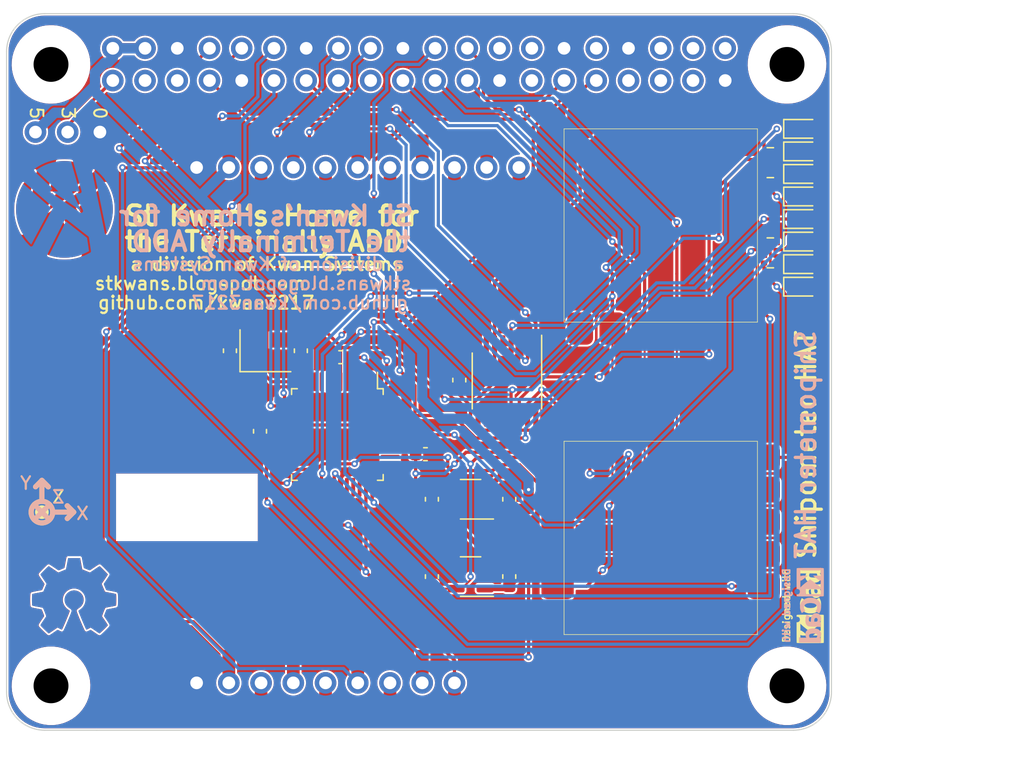
<source format=kicad_pcb>
(kicad_pcb (version 20221018) (generator pcbnew)
  (title_block (date "2022-10-07"))
  (layers (0 "F.Cu" jumper) (31 "B.Cu" signal) (34 "B.Paste" user) (35 "F.Paste" user) (36 "B.SilkS" user "B.Silkscreen") (37 "F.SilkS" user "F.Silkscreen") (38 "B.Mask" user) (39 "F.Mask" user) (44 "Edge.Cuts" user))
  (net 0 "")
  (net 1 "+1V8")
  (net 2 "/LPC_~{BOOTSTRAP}")
  (net 3 "3V3")
  (net 9 "/MOSI_3V3")
  (net 10 "/MISO_3V3")
  (net 14 "/SCK_3V3")
  (net 20 "+3V3")
  (net 32 "+3.3VP")
  (net 33 "/GPS_~{RESET}")
  (net 34 "/DRDY-")
  (net 35 "/~{DRDY}_MAG_ECHO")
  (net 40 "GND")
  (net 41 "+5V")
  (net 42 "/~{DRDY}_6D_ECHO")
  (net 44 "/~{CE0}")
  (net 46 "/GPS_TX")
  (net 47 "/GPS_RX")
  (net 49 "/DRDY_6D")
  (net 51 "/PPS")
  (net 52 "/LPC_TX")
  (net 53 "/LPC_RX")
  (net 54 "/Timer/XTAL2")
  (net 55 "/Timer/XTAL1")
  (net 56 "/~{CS}_6D")
  (net 57 "/DRDY_MAG")
  (net 58 "/LPC_~{RESET}")
  (net 61 "/Timer/SCL0")
  (net 62 "/Timer/SDA0")
  (net 63 "/~{CS}_6D+")
  (net 64 "/Timer/CAP1.3")
  (net 65 "/~{CS}_PRES")
  (net 69 "/CS_A1")
  (net 70 "/CS_A0")
  (net 77 "/~{CS}_PRES+")
  (net 78 "/~{CS}_LPC+")
  (net 79 "/~{CS}_LPC")
  (net 80 "/~{PPS}_ECHO")
  (net 81 "/PPS-")
  (net 82 "/DRDY_MAG-")
  (net 85 "/BOOTSTRAP-")
  (footprint "Capacitor_SMD:C_0603_1608Metric" (layer "F.Cu") (at 171.621 73.887 180)
    (fp_text reference "C605" hide)
    (fp_text value "1uF" hide)
  )
  (footprint "KwanSystems:Axis" (layer "F.Cu") (at 148.082 86.106)
    (fp_text reference "G101" hide)
    (fp_text value "Axis" hide)
  )
  (footprint "Capacitor_SMD:C_0603_1608Metric" (layer "F.Cu") (at 180.975 75.692 90)
    (fp_text reference "C116" hide)
    (fp_text value "1uF" hide)
  )
  (footprint "KwanSystems:Symbol_KiCAD-Logo_CopperAndSilkScreenTop_small" (layer "F.Cu") (at 208.534 93.472 90)
    (fp_text reference "G103" hide)
    (fp_text value "Designed with")
  )
  (footprint "KwanSystems:OSHW-Symbol_6.7x6mm_SolderMask" (layer "F.Cu") (at 150.622 92.71)
    (fp_text reference "G104" hide)
    (fp_text value "OSHW" hide)
  )
  (footprint "Capacitor_SMD:C_0603_1608Metric" (layer "F.Cu") (at 178.816 85.09 90)
    (fp_text reference "C405" hide)
    (fp_text value "1uF" hide)
  )
  (footprint "Capacitor_SMD:C_0603_1608Metric" (layer "F.Cu") (at 165.271 79.729 -90)
    (fp_text reference "C617" hide)
    (fp_text value "1uF" hide)
  )
  (footprint "KwanSystems:PiHAT" (layer "F.Cu") (at 152.4 50.8)
    (fp_text reference "J101" hide)
    (fp_text value "Raspberry_Pi_40" hide)
    (fp_arc (start -7.1 -1) (mid -6.22132 -3.12132) (end -4.1 -4) (stroke (width 0.1)) (layer "Edge.Cuts"))
    (fp_arc (start -4.1 52.5) (mid -6.22132 51.62132) (end -7.1 49.5) (stroke (width 0.1)) (layer "Edge.Cuts"))
    (fp_arc (start 54.9 -4) (mid 57.02132 -3.12132) (end 57.9 -1) (stroke (width 0.1)) (layer "Edge.Cuts"))
    (fp_arc (start 57.9 49.5) (mid 57.02132 51.62132) (end 54.9 52.5) (stroke (width 0.1)) (layer "Edge.Cuts"))
  )
  (footprint "LED_SMD:LED_0603_1608Metric" (layer "F.Cu") (at 208.026 62.992)
    (fp_text reference "D106" hide)
    (fp_text value "Blue")
  )
  (footprint "LED_SMD:LED_0603_1608Metric" (layer "F.Cu") (at 208.026 66.548)
    (fp_text reference "D130" hide)
    (fp_text value "Green")
  )
  (footprint "Package_QFP:LQFP-48_7x7mm_P0.5mm" (layer "F.Cu") (at 171.367 79.983 -90)
    (fp_text reference "U601" hide)
    (fp_text value "LPC2103" hide)
  )
  (footprint "KwanSystems:StampPad" (layer "F.Cu") (at 196.85 63.5 90)
    (fp_text reference "J105" hide)
    (fp_text value "BME280" hide)
  )
  (footprint "Capacitor_SMD:C_0603_1608Metric" (layer "F.Cu") (at 184.912 85.09 90)
    (fp_text reference "C401" hide)
    (fp_text value "1uF" hide)
  )
  (footprint "LED_SMD:LED_0603_1608Metric" (layer "F.Cu") (at 208.026 64.77)
    (fp_text reference "D144" hide)
    (fp_text value "Yellow")
  )
  (footprint "KwanSystems:StampPad" (layer "F.Cu") (at 196.85 88.138)
    (fp_text reference "J104" hide)
    (fp_text value "ICM20948" hide)
  )
  (footprint "Connector_PinHeader_2.54mm:PinHeader_1x03_P2.54mm_Horizontal" (layer "F.Cu") (at 152.654 56.134 -90)
    (fp_text reference "J102" hide)
    (fp_text value "Conn_01x03" hide)
  )
  (footprint "LED_SMD:LED_0603_1608Metric" (layer "F.Cu") (at 208.026 59.436)
    (fp_text reference "D104" hide)
    (fp_text value "White")
  )
  (footprint "Capacitor_SMD:C_0603_1608Metric" (layer "F.Cu") (at 178.816 91.186 90)
    (fp_text reference "C505" hide)
    (fp_text value "1uF" hide)
  )
  (footprint "Capacitor_SMD:C_0603_1608Metric" (layer "F.Cu") (at 184.912 91.186 90)
    (fp_text reference "C501" hide)
    (fp_text value "1uF" hide)
  )
  (footprint "Capacitor_SMD:C_0603_1608Metric" (layer "F.Cu") (at 178.308 81.534)
    (fp_text reference "C640" hide)
    (fp_text value "1uF" hide)
  )
  (footprint "KwanSystems:R_Array_Convex_4x0402" (layer "F.Cu") (at 205.486 65.659)
    (fp_text reference "R102" hide)
    (fp_text value "68")
  )
  (footprint "Capacitor_SMD:C_0603_1608Metric" (layer "F.Cu") (at 168.489 73.379 90)
    (fp_text reference "C611" hide)
    (fp_text value "22pF" hide)
  )
  (footprint "LED_SMD:LED_0603_1608Metric" (layer "F.Cu") (at 208.026 55.88)
    (fp_text reference "D101" hide)
    (fp_text value "White")
  )
  (footprint "LED_SMD:LED_0603_1608Metric" (layer "F.Cu") (at 208.026 61.214)
    (fp_text reference "D141" hide)
    (fp_text value "Yellow")
  )
  (footprint "Package_SO:TSSOP-16_4.4x5mm_P0.65mm" (layer "F.Cu") (at 184.729 75.7605 -90)
    (fp_text reference "U102" hide)
    (fp_text value "74LS138" hide)
  )
  (footprint "Package_TO_SOT_SMD:SOT-23-5" (layer "F.Cu") (at 181.864 85.09 180)
    (fp_text reference "U401" hide)
    (fp_text value "TCR2EF 3.3V" hide)
  )
  (footprint "SparkfunBreakout:ZED-F9R" (layer "F.Cu") (at 146.304 100.838 90)
    (fp_text reference "J106" hide)
    (fp_text value "ZED-F9R")
  )
  (footprint "Crystal:Crystal_SMD_Abracon_ABM8G-4Pin_3.2x2.5mm" (layer "F.Cu") (at 165.695 73.379)
    (fp_text reference "Y601" hide)
    (fp_text value "12MHz" hide)
  )
  (footprint "Capacitor_SMD:C_0603_1608Metric" (layer "F.Cu") (at 162.901 73.379 -90)
    (fp_text reference "C612" hide)
    (fp_text value "22pF" hide)
  )
  (footprint "LED_SMD:LED_0603_1608Metric" (layer "F.Cu") (at 208.026 68.326)
    (fp_text reference "D129" hide)
    (fp_text value "Red")
  )
  (footprint "KwanSystems:StKwansSoldermask" (layer "F.Cu") (at 149.86 62.23)
    (fp_text reference "G102" hide)
    (fp_text value "KwanSystems" hide)
  )
  (footprint "LED_SMD:LED_0603_1608Metric" (layer "F.Cu") (at 208.026 57.658)
    (fp_text reference "D103" hide)
    (fp_text value "White")
  )
  (footprint "KwanSystems:R_Array_Convex_4x0402" (layer "F.Cu") (at 205.486 58.547)
    (fp_text reference "R101" hide)
    (fp_text value "68")
  )
  (footprint "Package_TO_SOT_SMD:SOT-23-5" (layer "F.Cu") (at 181.864 91.186 180)
    (fp_text reference "U501" hide)
    (fp_text value "TCR2EF 1.8V" hide)
  )
  (footprint "KwanSystems:StKwansSoldermask" (layer "B.Cu") (at 149.86 62.23 180)
    (fp_text reference "G105" hide)
    (fp_text value "KwanSystems" hide)
  )
  (footprint "KwanSystems:Symbol_KiCAD-Logo_CopperAndSilkScreenTop_small" (layer "B.Cu") (at 208.534 93.472 -90)
    (fp_text reference "G107" hide)
    (fp_text value "Designed with")
  )
  (footprint "KwanSystems:OSHW-Symbol_6.7x6mm_SolderMask" (layer "B.Cu") (at 150.622 92.71 180)
    (fp_text reference "G106" hide)
    (fp_text value "OSHW" hide)
  )
  (gr_line (start 207.3 46.8) (end 148.3 46.8) (stroke (width 0.1)) (layer "Edge.Cuts"))
  (gr_line (start 148.3 103.3) (end 152.4 103.3) (stroke (width 0.1)) (layer "Edge.Cuts"))
  (gr_line (start 152.4 103.3) (end 207.3 103.3) (stroke (width 0.1)) (layer "Edge.Cuts"))
  (gr_line (start 210.3 100.3) (end 210.3 49.8) (stroke (width 0.1)) (layer "Edge.Cuts"))
  (gr_line (start 145.3 49.8) (end 145.3 100.3) (stroke (width 0.1)) (layer "Edge.Cuts"))
  (gr_text "Shipometer HAT" (at 208.28 80.772 90) (layer "B.SilkS") (effects (font (size 1.524 1.524) (thickness 0.254)) (justify mirror)))
  (gr_text "Shipometer HAT" (at 208.302465 80.794856 90) (layer "F.SilkS") (effects (font (size 1.524 1.524) (thickness 0.254))))
  (segment (start 181.168 92.136) (end 181.864 91.44) (width 0.1524) (layer "F.Cu") (net 1))
  (segment (start 181.864 91.44) (end 181.864 91.186) (width 0.1524) (layer "F.Cu") (net 1))
  (segment (start 178.991 92.136) (end 178.816 91.961) (width 0.1524) (layer "F.Cu") (net 1))
  (segment (start 172.117 75.8205) (end 172.117 74.166) (width 0.254) (layer "F.Cu") (net 1))
  (segment (start 180.7265 92.136) (end 181.168 92.136) (width 0.1524) (layer "F.Cu") (net 1))
  (segment (start 180.7265 92.136) (end 178.991 92.136) (width 0.1524) (layer "F.Cu") (net 1))
  (segment (start 173.482 73.914) (end 172.423 73.914) (width 0.254) (layer "F.Cu") (net 1))
  (segment (start 182.372 81.788) (end 188.722 81.788) (width 0.254) (layer "F.Cu") (net 1))
  (segment (start 172.423 73.914) (end 172.396 73.887) (width 0.254) (layer "F.Cu") (net 1))
  (segment (start 172.117 74.166) (end 172.396 73.887) (width 0.254) (layer "F.Cu") (net 1))
  (segment (start 181.864 82.296) (end 182.372 81.788) (width 0.254) (layer "F.Cu") (net 1))
  (via (at 173.482 73.914) (size 0.508) (drill 0.254) (layers "F.Cu" "B.Cu") (net 1))
  (via (at 181.864 82.296) (size 0.508) (drill 0.254) (layers "F.Cu" "B.Cu") (net 1))
  (via (at 181.864 91.186) (size 0.508) (drill 0.254) (layers "F.Cu" "B.Cu") (net 1))
  (segment (start 181.864 82.296) (end 173.482 73.914) (width 0.254) (layer "B.Cu") (net 1))
  (segment (start 181.864 91.186) (end 181.864 82.296) (width 0.254) (layer "B.Cu") (net 1))
  (segment (start 203.962 65.532) (end 204.085 65.409) (width 0.254) (layer "F.Cu") (net 2))
  (segment (start 204.085 65.409) (end 204.986 65.409) (width 0.254) (layer "F.Cu") (net 2))
  (segment (start 177.483 78.486) (end 177.483 76.137) (width 0.254) (layer "F.Cu") (net 2))
  (segment (start 176.545 79.233) (end 175.5295 79.233) (width 0.254) (layer "F.Cu") (net 2))
  (segment (start 169.164 62.23) (end 169.164 56.134) (width 0.254) (layer "F.Cu") (net 2))
  (segment (start 177.483 76.137) (end 176.276 74.93) (width 0.254) (layer "F.Cu") (net 2))
  (segment (start 180.468211 78.486) (end 177.483 78.486) (width 0.254) (layer "F.Cu") (net 2))
  (segment (start 186.182 80.264) (end 182.246211 80.264) (width 0.254) (layer "F.Cu") (net 2))
  (segment (start 177.483 78.486) (end 177.292 78.486) (width 0.254) (layer "F.Cu") (net 2))
  (segment (start 177.292 78.486) (end 176.545 79.233) (width 0.254) (layer "F.Cu") (net 2))
  (segment (start 174.244 67.31) (end 169.164 62.23) (width 0.254) (layer "F.Cu") (net 2))
  (segment (start 182.246211 80.264) (end 180.468211 78.486) (width 0.254) (layer "F.Cu") (net 2))
  (via (at 169.164 56.134) (size 0.508) (drill 0.254) (layers "F.Cu" "B.Cu") (net 2))
  (via (at 203.962 65.532) (size 0.508) (drill 0.254) (layers "F.Cu" "B.Cu") (net 2))
  (via (at 186.182 80.264) (size 0.508) (drill 0.254) (layers "F.Cu" "B.Cu") (net 2))
  (via (at 174.244 67.31) (size 0.508) (drill 0.254) (layers "F.Cu" "B.Cu") (net 2))
  (via (at 176.276 74.93) (size 0.508) (drill 0.254) (layers "F.Cu" "B.Cu") (net 2))
  (segment (start 203.962 65.532) (end 200.656171 68.837829) (width 0.254) (layer "B.Cu") (net 2))
  (segment (start 174.8282 67.8942) (end 174.244 67.31) (width 0.254) (layer "B.Cu") (net 2))
  (segment (start 176.276 74.93) (end 176.276 72.597868) (width 0.254) (layer "B.Cu") (net 2))
  (segment (start 186.182 79.509658) (end 186.182 80.264) (width 0.254) (layer "B.Cu") (net 2))
  (segment (start 176.276 72.597868) (end 174.8282 71.150068) (width 0.254) (layer "B.Cu") (net 2))
  (segment (start 196.853829 68.837829) (end 186.182 79.509658) (width 0.254) (layer "B.Cu") (net 2))
  (segment (start 172.72 52.578) (end 172.72 50.8) (width 0.254) (layer "B.Cu") (net 2))
  (segment (start 169.164 56.134) (end 172.72 52.578) (width 0.254) (layer "B.Cu") (net 2))
  (segment (start 172.72 50.8) (end 173.99 49.53) (width 0.254) (layer "B.Cu") (net 2))
  (segment (start 174.8282 71.150068) (end 174.8282 67.8942) (width 0.254) (layer "B.Cu") (net 2))
  (segment (start 200.656171 68.837829) (end 196.853829 68.837829) (width 0.254) (layer "B.Cu") (net 2))
  (segment (start 162.814 97.282) (end 162.814 97.918) (width 0.254) (layer "F.Cu") (net 3))
  (segment (start 162.814 97.536) (end 162.814 97.918) (width 0.254) (layer "F.Cu") (net 3))
  (segment (start 160.02 94.742) (end 162.814 97.536) (width 0.254) (layer "F.Cu") (net 3))
  (segment (start 158.496 94.742) (end 160.02 94.742) (width 0.254) (layer "F.Cu") (net 3))
  (segment (start 165.354 60.96) (end 152.908 73.406) (width 0.254) (layer "F.Cu") (net 3))
  (segment (start 165.354 60.578) (end 165.354 60.96) (width 0.254) (layer "F.Cu") (net 3))
  (segment (start 152.908 89.154) (end 158.496 94.742) (width 0.254) (layer "F.Cu") (net 3))
  (segment (start 152.908 73.406) (end 152.908 89.154) (width 0.254) (layer "F.Cu") (net 3))
  (segment (start 188.722 86.868) (end 193.548 86.868) (width 0.1524) (layer "F.Cu") (net 9))
  (segment (start 170.187658 82.296) (end 172.72 82.296) (width 0.254) (layer "F.Cu") (net 9))
  (segment (start 187.1726 85.3186) (end 188.722 86.868) (width 0.254) (layer "F.Cu") (net 9))
  (segment (start 184.0738 82.3722) (end 185.7248 82.3722) (width 0.254) (layer "F.Cu") (net 9))
  (segment (start 195.58 67.31) (end 193.04 64.77) (width 0.254) (layer "F.Cu") (net 9))
  (segment (start 167.2045 82.733) (end 169.750658 82.733) (width 0.254) (layer "F.Cu") (net 9))
  (segment (start 180.3654 82.8294) (end 183.6166 82.8294) (width 0.254) (layer "F.Cu") (net 9))
  (segment (start 180.0606 81.8134) (end 180.0606 82.5246) (width 0.254) (layer "F.Cu") (net 9))
  (segment (start 169.750658 82.733) (end 170.187658 82.296) (width 0.254) (layer "F.Cu") (net 9))
  (segment (start 180.0606 82.5246) (end 180.3654 82.8294) (width 0.254) (layer "F.Cu") (net 9))
  (segment (start 185.7248 82.3722) (end 187.1726 83.82) (width 0.254) (layer "F.Cu") (net 9))
  (segment (start 183.6166 82.8294) (end 184.0738 82.3722) (width 0.254) (layer "F.Cu") (net 9))
  (segment (start 195.58 71.628) (end 195.58 67.31) (width 0.254) (layer "F.Cu") (net 9))
  (segment (start 180.086 81.788) (end 180.0606 81.8134) (width 0.254) (layer "F.Cu") (net 9))
  (segment (start 195.58 84.836) (end 195.58 71.628) (width 0.1524) (layer "F.Cu") (net 9))
  (segment (start 193.548 86.868) (end 195.58 84.836) (width 0.1524) (layer "F.Cu") (net 9))
  (segment (start 187.1726 83.82) (end 187.1726 85.3186) (width 0.254) (layer "F.Cu") (net 9))
  (via (at 193.04 64.77) (size 0.508) (drill 0.254) (layers "F.Cu" "B.Cu") (net 9))
  (via (at 180.086 81.788) (size 0.508) (drill 0.254) (layers "F.Cu" "B.Cu") (net 9))
  (via (at 172.72 82.296) (size 0.508) (drill 0.254) (layers "F.Cu" "B.Cu") (net 9))
  (segment (start 172.72 82.296) (end 173.228 81.788) (width 0.254) (layer "B.Cu") (net 9))
  (segment (start 183.969213 55.626) (end 180.086 55.626) (width 0.254) (layer "B.Cu") (net 9))
  (segment (start 193.04 64.696787) (end 183.969213 55.626) (width 0.254) (layer "B.Cu") (net 9))
  (segment (start 173.228 81.788) (end 180.086 81.788) (width 0.254) (layer "B.Cu") (net 9))
  (segment (start 180.086 55.626) (end 176.53 52.07) (width 0.254) (layer "B.Cu") (net 9))
  (segment (start 177.038 68.834) (end 174.244 68.834) (width 0.254) (layer "F.Cu") (net 10))
  (segment (start 188.722 84.328) (end 192.024 84.328) (width 0.1524) (layer "F.Cu") (net 10))
  (segment (start 193.04 69.088) (end 193.04 71.628) (width 0.254) (layer "F.Cu") (net 10))
  (segment (start 166.1876 82.511203) (end 166.1876 83.1296) (width 0.254) (layer "F.Cu") (net 10))
  (segment (start 167.2045 82.233) (end 166.465803 82.233) (width 0.254) (layer "F.Cu") (net 10))
  (segment (start 193.04 67.31) (end 193.04 71.628) (width 0.254) (layer "F.Cu") (net 10))
  (segment (start 192.024 84.328) (end 193.04 83.312) (width 0.1524) (layer "F.Cu") (net 10))
  (segment (start 166.878 83.82) (end 167.386 83.82) (width 0.254) (layer "F.Cu") (net 10))
  (segment (start 193.04 67.31) (end 192.532 66.802) (width 0.254) (layer "F.Cu") (net 10))
  (segment (start 166.1876 83.1296) (end 166.878 83.82) (width 0.254) (layer "F.Cu") (net 10))
  (segment (start 193.04 83.312) (end 193.04 71.628) (width 0.1524) (layer "F.Cu") (net 10))
  (segment (start 166.465803 82.233) (end 166.1876 82.511203) (width 0.254) (layer "F.Cu") (net 10))
  (segment (start 174.244 68.834) (end 173.99 69.088) (width 0.254) (layer "F.Cu") (net 10))
  (via (at 193.04 69.088) (size 0.508) (drill 0.254) (layers "F.Cu" "B.Cu") (net 10))
  (via (at 173.99 69.088) (size 0.508) (drill 0.254) (layers "F.Cu" "B.Cu") (net 10))
  (via (at 167.386 83.82) (size 0.508) (drill 0.254) (layers "F.Cu" "B.Cu") (net 10))
  (via (at 177.038 68.834) (size 0.508) (drill 0.254) (layers "F.Cu" "B.Cu") (net 10))
  (via (at 192.532 66.802) (size 0.508) (drill 0.254) (layers "F.Cu" "B.Cu") (net 10))
  (segment (start 185.42 75.184) (end 186.944 75.184) (width 0.254) (layer "B.Cu") (net 10))
  (segment (start 169.7736 81.4324) (end 169.7736 73.312058) (width 0.254) (layer "B.Cu") (net 10))
  (segment (start 193.5734 63.9318) (end 193.3448 63.7032) (width 0.254) (layer "B.Cu") (net 10))
  (segment (start 172.723829 70.361829) (end 173.99 69.095658) (width 0.254) (layer "B.Cu") (net 10))
  (segment (start 193.5734 65.7606) (end 193.5734 63.9318) (width 0.254) (layer "B.Cu") (net 10))
  (segment (start 169.7736 73.312058) (end 172.723829 70.361829) (width 0.254) (layer "B.Cu") (net 10))
  (segment (start 184.1246 54.483) (end 181.483 54.483) (width 0.254) (layer "B.Cu") (net 10))
  (segment (start 192.532 66.802) (end 193.5734 65.7606) (width 0.254) (layer "B.Cu") (net 10))
  (segment (start 173.99 69.095658) (end 173.99 69.088) (width 0.254) (layer "B.Cu") (net 10))
  (segment (start 181.483 54.483) (end 179.07 52.07) (width 0.254) (layer "B.Cu") (net 10))
  (segment (start 167.386 83.82) (end 169.7736 81.4324) (width 0.254) (layer "B.Cu") (net 10))
  (segment (start 193.3448 63.7032) (end 184.1246 54.483) (width 0.254) (layer "B.Cu") (net 10))
  (segment (start 177.038 68.834) (end 179.07 68.834) (width 0.254) (layer "B.Cu") (net 10))
  (segment (start 179.07 68.834) (end 185.42 75.184) (width 0.254) (layer "B.Cu") (net 10))
  (segment (start 186.944 75.184) (end 193.04 69.088) (width 0.254) (layer "B.Cu") (net 10))
  (segment (start 188.722 89.408) (end 194.564 89.408) (width 0.1524) (layer "F.Cu") (net 14))
  (segment (start 186.436 89.662) (end 186.436 97.536) (width 0.254) (layer "F.Cu") (net 14))
  (segment (start 165.862 85.344) (end 165.7812 85.2632) (width 0.254) (layer "F.Cu") (net 14))
  (segment (start 194.564 89.408) (end 198.12 85.852) (width 0.1524) (layer "F.Cu") (net 14))
  (segment (start 166.171 81.733) (end 167.2045 81.733) (width 0.254) (layer "F.Cu") (net 14))
  (segment (start 198.12 67.31) (end 198.12 69.596) (width 0.254) (layer "F.Cu") (net 14))
  (segment (start 165.7812 82.1228) (end 166.171 81.733) (width 0.254) (layer "F.Cu") (net 14))
  (segment (start 198.12 63.246) (end 198.12 67.31) (width 0.254) (layer "F.Cu") (net 14))
  (segment (start 198.12 85.852) (end 198.12 71.628) (width 0.1524) (layer "F.Cu") (net 14))
  (segment (start 198.12 69.596) (end 198.12 71.628) (width 0.254) (layer "F.Cu") (net 14))
  (segment (start 165.7812 85.2632) (end 165.7812 82.1228) (width 0.254) (layer "F.Cu") (net 14))
  (segment (start 188.722 89.408) (end 186.69 89.408) (width 0.254) (layer "F.Cu") (net 14))
  (segment (start 186.69 89.408) (end 186.436 89.662) (width 0.254) (layer "F.Cu") (net 14))
  (via (at 186.436 97.536) (size 0.508) (drill 0.254) (layers "F.Cu" "B.Cu") (net 14))
  (via (at 198.12 63.246) (size 0.508) (drill 0.254) (layers "F.Cu" "B.Cu") (net 14))
  (via (at 165.862 85.344) (size 0.508) (drill 0.254) (layers "F.Cu" "B.Cu") (net 14))
  (segment (start 186.436 97.536) (end 178.054 97.536) (width 0.254) (layer "B.Cu") (net 14))
  (segment (start 183.007 53.467) (end 181.61 52.07) (width 0.254) (layer "B.Cu") (net 14))
  (segment (start 198.12 63.246) (end 188.341 53.467) (width 0.254) (layer "B.Cu") (net 14))
  (segment (start 178.054 97.536) (end 165.862 85.344) (width 0.254) (layer "B.Cu") (net 14))
  (segment (start 188.341 53.467) (end 183.007 53.467) (width 0.254) (layer "B.Cu") (net 14))
  (segment (start 181.5084 81.3816) (end 180.881368 82.008632) (width 0.254) (layer "F.Cu") (net 20))
  (segment (start 178.991 86.04) (end 178.816 85.865) (width 0.254) (layer "F.Cu") (net 20))
  (segment (start 181.864 79.307053) (end 181.864 77.724) (width 0.254) (layer "F.Cu") (net 20))
  (segment (start 183.754 74.93) (end 183.754 72.898) (width 0.254) (layer "F.Cu") (net 20))
  (segment (start 187.004 79.502) (end 186.8661 79.6399) (width 0.254) (layer "F.Cu") (net 20))
  (segment (start 208.8135 80.2385) (end 207.264 81.788) (width 0.254) (layer "F.Cu") (net 20))
  (segment (start 183.0015 89.2755) (end 183.0015 90.236) (width 0.4064) (layer "F.Cu") (net 20))
  (segment (start 178.816 85.865) (end 177.533 84.582) (width 0.254) (layer "F.Cu") (net 20))
  (segment (start 183.754 75.834) (end 183.754 74.93) (width 0.254) (layer "F.Cu") (net 20))
  (segment (start 208.8135 61.214) (end 208.8135 62.992) (width 0.254) (layer "F.Cu") (net 20))
  (segment (start 186.944 80.264) (end 187.004 80.204) (width 0.254) (layer "F.Cu") (net 20))
  (segment (start 174.498 80.940197) (end 174.790803 81.233) (width 0.254) (layer "F.Cu") (net 20))
  (segment (start 183.0015 92.136) (end 184.737 92.136) (width 0.4064) (layer "F.Cu") (net 20))
  (segment (start 175.5295 80.233) (end 174.498 80.233) (width 0.254) (layer "F.Cu") (net 20))
  (segment (start 208.8135 66.548) (end 208.8135 68.326) (width 0.254) (layer "F.Cu") (net 20))
  (segment (start 167.2045 79.233) (end 165.55 79.233) (width 0.254) (layer "F.Cu") (net 20))
  (segment (start 182.196847 79.6399) (end 181.864 79.307053) (width 0.254) (layer "F.Cu") (net 20))
  (segment (start 208.8135 59.436) (end 208.8135 61.214) (width 0.254) (layer "F.Cu") (net 20))
  (segment (start 172.617 79.13) (end 173.72 80.233) (width 0.254) (layer "F.Cu") (net 20))
  (segment (start 185.7426 89.7306) (end 185.7426 91.1304) (width 0.4064) (layer "F.Cu") (net 20))
  (segment (start 185.7426 91.1304) (end 184.912 91.961) (width 0.4064) (layer "F.Cu") (net 20))
  (segment (start 167.2045 79.233) (end 172.514 79.233) (width 0.254) (layer "F.Cu") (net 20))
  (segment (start 181.864 77.724) (end 180.975 76.835) (width 0.254) (layer "F.Cu") (net 20))
  (segment (start 208.8135 57.658) (end 208.8135 59.436) (width 0.254) (layer "F.Cu") (net 20))
  (segment (start 180.7265 86.04) (end 180.7265 87.0005) (width 0.4064) (layer "F.Cu") (net 20))
  (segment (start 184.737 92.136) (end 184.912 91.961) (width 0.4064) (layer "F.Cu") (net 20))
  (segment (start 173.72 80.233) (end 174.498 80.233) (width 0.254) (layer "F.Cu") (net 20))
  (segment (start 185.2875 89.2755) (end 185.7426 89.7306) (width 0.4064) (layer "F.Cu") (net 20))
  (segment (start 180.7265 86.04) (end 178.991 86.04) (width 0.254) (layer "F.Cu") (net 20))
  (segment (start 183.754 67.96) (end 190.5 61.214) (width 0.254) (layer "F.Cu") (net 20))
  (segment (start 186.8661 79.6399) (end 182.196847 79.6399) (width 0.254) (layer "F.Cu") (net 20))
  (segment (start 177.232 81.233) (end 177.533 81.534) (width 0.254) (layer "F.Cu") (net 20))
  (segment (start 165.55 79.233) (end 165.271 78.954) (width 0.254) (layer "F.Cu") (net 20))
  (segment (start 181.864 77.724) (end 183.754 75.834) (width 0.254) (layer "F.Cu") (net 20))
  (segment (start 172.617 77.724) (end 172.617 75.8205) (width 0.254) (layer "F.Cu") (net 20))
  (segment (start 208.8135 62.992) (end 208.8135 64.77) (width 0.254) (layer "F.Cu") (net 20))
  (segment (start 174.790803 81.233) (end 175.5295 81.233) (width 0.254) (layer "F.Cu") (net 20))
  (segment (start 187.004 80.204) (end 187.004 78.623) (width 0.254) (layer "F.Cu") (net 20))
  (segment (start 177.533 83.058) (end 177.533 81.534) (width 0.254) (layer "F.Cu") (net 20))
  (segment (start 183.0015 89.2755) (end 185.2875 89.2755) (width 0.4064) (layer "F.Cu") (net 20))
  (segment (start 180.975 76.835) (end 180.975 76.467) (width 0.254) (layer "F.Cu") (net 20))
  (segment (start 180.7265 87.0005) (end 183.0015 89.2755) (width 0.4064) (layer "F.Cu") (net 20))
  (segment (start 180.881368 82.008632) (end 180.594 82.296) (width 0.254) (layer "F.Cu") (net 20))
  (segment (start 183.754 72.898) (end 183.754 67.96) (width 0.254) (layer "F.Cu") (net 20))
  (segment (start 175.5295 81.233) (end 177.232 81.233) (width 0.254) (layer "F.Cu") (net 20))
  (segment (start 190.5 61.214) (end 190.5 55.372) (width 0.254) (layer "F.Cu") (net 20))
  (segment (start 185.8264 81.3816) (end 181.5084 81.3816) (width 0.254) (layer "F.Cu") (net 20))
  (segment (start 177.533 84.582) (end 177.533 83.058) (width 0.254) (layer "F.Cu") (net 20))
  (segment (start 172.514 79.233) (end 172.617 79.13) (width 0.254) (layer "F.Cu") (net 20))
  (segment (start 190.5 55.372) (end 192.0494 53.8226) (width 0.254) (layer "F.Cu") (net 20))
  (segment (start 186.944 80.264) (end 185.8264 81.3816) (width 0.254) (layer "F.Cu") (net 20))
  (segment (start 208.8135 55.88) (end 208.8135 57.658) (width 0.254) (layer "F.Cu") (net 20))
  (segment (start 187.004 78.623) (end 187.004 79.502) (width 0.254) (layer "F.Cu") (net 20))
  (segment (start 208.8135 64.77) (end 208.8135 66.548) (width 0.254) (layer "F.Cu") (net 20))
  (segment (start 208.8135 68.326) (end 208.8135 80.2385) (width 0.254) (layer "F.Cu") (net 20))
  (segment (start 172.617 77.724) (end 172.617 79.13) (width 0.254) (layer "F.Cu") (net 20))
  (segment (start 174.498 80.233) (end 174.498 80.940197) (width 0.254) (layer "F.Cu") (net 20))
  (segment (start 207.264 81.788) (end 204.978 81.788) (width 0.254) (layer "F.Cu") (net 20))
  (segment (start 192.0494 53.8226) (end 205.4606 53.8226) (width 0.254) (layer "F.Cu") (net 20))
  (segment (start 206.248 54.61) (end 207.5435 54.61) (width 0.254) (layer "F.Cu") (net 20))
  (segment (start 207.5435 54.61) (end 208.8135 55.88) (width 0.254) (layer "F.Cu") (net 20))
  (segment (start 205.4606 53.8226) (end 206.248 54.61) (width 0.254) (layer "F.Cu") (net 20))
  (via (at 180.594 82.296) (size 0.508) (drill 0.254) (layers "F.Cu" "B.Cu") (net 20))
  (via (at 177.533 83.058) (size 0.508) (drill 0.254) (layers "F.Cu" "B.Cu") (net 20))
  (segment (start 179.832 83.058) (end 177.533 83.058) (width 0.254) (layer "B.Cu") (net 20))
  (segment (start 180.594 82.296) (end 179.832 83.058) (width 0.254) (layer "B.Cu") (net 20))
  (segment (start 153.67 52.07) (end 150.114 55.626) (width 0.254) (layer "F.Cu") (net 32))
  (segment (start 150.114 55.626) (end 150.114 56.134) (width 0.254) (layer "F.Cu") (net 32))
  (segment (start 163.068 61.976) (end 153.162 71.882) (width 0.254) (layer "F.Cu") (net 33))
  (via (at 153.162 71.882) (size 0.508) (drill 0.254) (layers "F.Cu" "B.Cu") (net 33))
  (via (at 163.068 61.976) (size 0.508) (drill 0.254) (layers "F.Cu" "B.Cu") (net 33))
  (segment (start 153.162 71.882) (end 153.162 88.025132) (width 0.254) (layer "B.Cu") (net 33))
  (segment (start 164.084 55.558081) (end 164.084 60.96) (width 0.254) (layer "B.Cu") (net 33))
  (segment (start 164.084 60.96) (end 163.068 61.976) (width 0.254) (layer "B.Cu") (net 33))
  (segment (start 166.37 52.07) (end 166.37 53.272081) (width 0.254) (layer "B.Cu") (net 33))
  (segment (start 153.162 88.025132) (end 163.575468 98.4386) (width 0.254) (layer "B.Cu") (net 33))
  (segment (start 166.37 53.272081) (end 164.084 55.558081) (width 0.254) (layer "B.Cu") (net 33))
  (segment (start 171.8446 98.4386) (end 172.974 99.568) (width 0.254) (layer "B.Cu") (net 33))
  (segment (start 163.575468 98.4386) (end 171.8446 98.4386) (width 0.254) (layer "B.Cu") (net 33))
  (segment (start 205.986 66.459) (end 205.986 67.0735) (width 0.254) (layer "F.Cu") (net 34))
  (segment (start 205.986 67.0735) (end 207.2385 68.326) (width 0.254) (layer "F.Cu") (net 34))
  (segment (start 204.4566 67.818) (end 204.4566 69.862) (width 0.254) (layer "F.Cu") (net 35))
  (segment (start 204.4566 65.9344) (end 204.4566 67.818) (width 0.254) (layer "F.Cu") (net 35))
  (segment (start 204.4566 69.862) (end 205.4606 70.866) (width 0.254) (layer "F.Cu") (net 35))
  (segment (start 171.117 83.137) (end 171.117 84.1455) (width 0.254) (layer "F.Cu") (net 35))
  (segment (start 204.986 65.909) (end 204.482 65.909) (width 0.254) (layer "F.Cu") (net 35))
  (segment (start 204.482 65.909) (end 204.4566 65.9344) (width 0.254) (layer "F.Cu") (net 35))
  (segment (start 171.196 83.058) (end 171.117 83.137) (width 0.254) (layer "F.Cu") (net 35))
  (via (at 205.4606 70.866) (size 0.508) (drill 0.254) (layers "F.Cu" "B.Cu") (net 35))
  (via (at 171.196 83.058) (size 0.508) (drill 0.254) (layers "F.Cu" "B.Cu") (net 35))
  (segment (start 205.4606 92.71) (end 205.4606 70.866) (width 0.254) (layer "B.Cu") (net 35))
  (segment (start 180.848 92.71) (end 205.4606 92.71) (width 0.254) (layer "B.Cu") (net 35))
  (segment (start 171.196 83.058) (end 180.848 92.71) (width 0.254) (layer "B.Cu") (net 35))
  (segment (start 153.67 49.53) (end 156.21 49.53) (width 0.8128) (layer "F.Cu") (net 41))
  (segment (start 183.0015 86.04) (end 184.737 86.04) (width 0.4064) (layer "F.Cu") (net 41))
  (segment (start 186.436 85.852) (end 184.925 85.852) (width 0.8128) (layer "F.Cu") (net 41))
  (segment (start 184.737 86.04) (end 184.912 85.865) (width 0.4064) (layer "F.Cu") (net 41))
  (segment (start 184.925 85.852) (end 184.912 85.865) (width 0.8128) (layer "F.Cu") (net 41))
  (segment (start 183.0015 84.14) (end 183.322 84.14) (width 0.4064) (layer "F.Cu") (net 41))
  (segment (start 186.436 84.255539) (end 185.238461 83.058) (width 0.8128) (layer "F.Cu") (net 41))
  (segment (start 186.436 84.328) (end 186.436 84.255539) (width 0.8128) (layer "F.Cu") (net 41))
  (segment (start 185.238461 83.058) (end 184.404 83.058) (width 0.8128) (layer "F.Cu") (net 41))
  (segment (start 183.322 84.14) (end 184.404 83.058) (width 0.4064) (layer "F.Cu") (net 41))
  (segment (start 186.436 84.328) (end 186.436 85.852) (width 0.8128) (layer "F.Cu") (net 41))
  (via (at 186.436 84.328) (size 0.508) (drill 0.254) (layers "F.Cu" "B.Cu") (net 41))
  (segment (start 152.261689 52.462311) (end 152.261689 52.947689) (width 0.8128) (layer "B.Cu") (net 41))
  (segment (start 178.054 73.406) (end 178.054 77.216) (width 0.8128) (layer "B.Cu") (net 41))
  (segment (start 174.498 66.294) (end 175.514 67.31) (width 0.8128) (layer "B.Cu") (net 41))
  (segment (start 165.608 66.294) (end 174.498 66.294) (width 0.8128) (layer "B.Cu") (net 41))
  (segment (start 179.578 78.74) (end 181.61 78.74) (width 0.8128) (layer "B.Cu") (net 41))
  (segment (start 152.261689 52.947689) (end 160.528 61.214) (width 0.8128) (layer "B.Cu") (net 41))
  (segment (start 153.046311 50.661689) (end 153.300311 50.661689) (width 0.8128) (layer "B.Cu") (net 41))
  (segment (start 153.67 49.53) (end 156.21 49.53) (width 0.8128) (layer "B.Cu") (net 41))
  (segment (start 153.67 50.292) (end 153.67 49.53) (width 0.8128) (layer "B.Cu") (net 41))
  (segment (start 181.61 78.74) (end 186.436 83.566) (width 0.8128) (layer "B.Cu") (net 41))
  (segment (start 186.436 83.566) (end 186.436 84.328) (width 0.8128) (layer "B.Cu") (net 41))
  (segment (start 152.261689 52.462311) (end 152.261689 51.446311) (width 0.8128) (layer "B.Cu") (net 41))
  (segment (start 175.514 67.31) (end 175.514 70.866) (width 0.8128) (layer "B.Cu") (net 41))
  (segment (start 150.114 54.61) (end 152.261689 52.462311) (width 0.8128) (layer "B.Cu") (net 41))
  (segment (start 149.098 54.61) (end 150.114 54.61) (width 0.8128) (layer "B.Cu") (net 41))
  (segment (start 160.528 61.214) (end 162.814 58.928) (width 0.8128) (layer "B.Cu") (net 41))
  (segment (start 175.514 70.866) (end 178.054 73.406) (width 0.8128) (layer "B.Cu") (net 41))
  (segment (start 153.300311 50.661689) (end 153.67 50.292) (width 0.8128) (layer "B.Cu") (net 41))
  (segment (start 152.261689 51.446311) (end 153.046311 50.661689) (width 0.8128) (layer "B.Cu") (net 41))
  (segment (start 160.528 61.214) (end 165.608 66.294) (width 0.8128) (layer "B.Cu") (net 41))
  (segment (start 178.054 77.216) (end 179.578 78.74) (width 0.8128) (layer "B.Cu") (net 41))
  (segment (start 147.574 56.134) (end 149.098 54.61) (width 0.8128) (layer "B.Cu") (net 41))
  (segment (start 170.617 84.1455) (end 170.617 86.098) (width 0.254) (layer "F.Cu") (net 42))
  (segment (start 170.617 86.098) (end 171.641 87.122) (width 0.254) (layer "F.Cu") (net 42))
  (segment (start 205.994 68.326) (end 204.986 67.318) (width 0.254) (layer "F.Cu") (net 42))
  (segment (start 171.641 87.122) (end 172.212 87.122) (width 0.254) (layer "F.Cu") (net 42))
  (segment (start 204.986 67.318) (end 204.986 66.459) (width 0.254) (layer "F.Cu") (net 42))
  (via (at 205.994 68.326) (size 0.508) (drill 0.254) (layers "F.Cu" "B.Cu") (net 42))
  (via (at 172.212 87.122) (size 0.508) (drill 0.254) (layers "F.Cu" "B.Cu") (net 42))
  (segment (start 206.502 92.964) (end 206.502 68.834) (width 0.254) (layer "B.Cu") (net 42))
  (segment (start 203.708 96.52) (end 206.502 93.726) (width 0.254) (layer "B.Cu") (net 42))
  (segment (start 181.61 96.52) (end 203.708 96.52) (width 0.254) (layer "B.Cu") (net 42))
  (segment (start 206.502 93.726) (end 206.502 92.964) (width 0.254) (layer "B.Cu") (net 42))
  (segment (start 206.502 68.834) (end 205.994 68.326) (width 0.254) (layer "B.Cu") (net 42))
  (segment (start 172.212 87.122) (end 181.61 96.52) (width 0.254) (layer "B.Cu") (net 42))
  (segment (start 182.88 53.34) (end 183.388 53.848) (width 0.254) (layer "F.Cu") (net 44))
  (segment (start 183.896 54.356) (end 185.674 54.356) (width 0.254) (layer "F.Cu") (net 44))
  (segment (start 181.61 49.53) (end 182.88 50.8) (width 0.254) (layer "F.Cu") (net 44))
  (segment (start 185.054 71.486) (end 185.054 72.898) (width 0.254) (layer "F.Cu") (net 44))
  (segment (start 182.88 50.8) (end 182.88 53.34) (width 0.254) (layer "F.Cu") (net 44))
  (segment (start 183.388 53.848) (end 183.896 54.356) (width 0.254) (layer "F.Cu") (net 44))
  (segment (start 185.166 71.374) (end 185.054 71.486) (width 0.254) (layer "F.Cu") (net 44))
  (segment (start 184.404 72.898) (end 185.054 72.898) (width 0.254) (layer "F.Cu") (net 44))
  (via (at 185.674 54.356) (size 0.508) (drill 0.254) (layers "F.Cu" "B.Cu") (net 44))
  (via (at 185.166 71.374) (size 0.508) (drill 0.254) (layers "F.Cu" "B.Cu") (net 44))
  (segment (start 185.166 71.374) (end 189.23 71.374) (width 0.254) (layer "B.Cu") (net 44))
  (segment (start 189.23 71.374) (end 194.9704 65.6336) (width 0.254) (layer "B.Cu") (net 44))
  (segment (start 194.9704 63.6524) (end 185.674 54.356) (width 0.254) (layer "B.Cu") (net 44))
  (segment (start 194.9704 65.6336) (end 194.9704 63.6524) (width 0.254) (layer "B.Cu") (net 44))
  (segment (start 172.974 56.896) (end 172.974 57.278) (width 0.254) (layer "F.Cu") (net 46))
  (segment (start 171.196 55.118) (end 172.974 56.896) (width 0.254) (layer "F.Cu") (net 46))
  (segment (start 161.29 52.07) (end 164.338 55.118) (width 0.254) (layer "F.Cu") (net 46))
  (segment (start 164.338 55.118) (end 171.196 55.118) (width 0.254) (layer "F.Cu") (net 46))
  (segment (start 170.434 60.578) (end 173.102 60.578) (width 0.254) (layer "F.Cu") (net 47))
  (segment (start 173.102 60.578) (end 174.244 59.436) (width 0.254) (layer "F.Cu") (net 47))
  (segment (start 186.182 55.118) (end 189.23 52.07) (width 0.254) (layer "F.Cu") (net 47))
  (segment (start 177.546 55.118) (end 186.182 55.118) (width 0.254) (layer "F.Cu") (net 47))
  (segment (start 174.244 58.42) (end 177.546 55.118) (width 0.254) (layer "F.Cu") (net 47))
  (segment (start 174.244 59.436) (end 174.244 58.42) (width 0.254) (layer "F.Cu") (net 47))
  (segment (start 186.8034 55.7666) (end 186.8034 61.3546) (width 0.254) (layer "F.Cu") (net 49))
  (segment (start 202.438 91.948) (end 204.978 91.948) (width 0.254) (layer "F.Cu") (net 49))
  (segment (start 186.8034 61.3546) (end 176.53 71.628) (width 0.254) (layer "F.Cu") (net 49))
  (segment (start 174.117 85.217) (end 174.244 85.344) (width 0.254) (layer "F.Cu") (net 49))
  (segment (start 191.77 52.07) (end 191.418448 52.07) (width 0.254) (layer "F.Cu") (net 49))
  (segment (start 191.418448 52.07) (end 190.070224 53.418224) (width 0.254) (layer "F.Cu") (net 49))
  (segment (start 189.151776 53.418224) (end 186.8034 55.7666) (width 0.254) (layer "F.Cu") (net 49))
  (segment (start 174.117 84.1455) (end 174.117 85.217) (width 0.254) (layer "F.Cu") (net 49))
  (segment (start 176.276 71.882) (end 176.53 71.628) (width 0.254) (layer "F.Cu") (net 49))
  (segment (start 190.070224 53.418224) (end 189.151776 53.418224) (width 0.254) (layer "F.Cu") (net 49))
  (segment (start 173.228 71.882) (end 176.276 71.882) (width 0.254) (layer "F.Cu") (net 49))
  (via (at 173.228 71.882) (size 0.508) (drill 0.254) (layers "F.Cu" "B.Cu") (net 49))
  (via (at 174.244 85.344) (size 0.508) (drill 0.254) (layers "F.Cu" "B.Cu") (net 49))
  (via (at 202.438 91.948) (size 0.508) (drill 0.254) (layers "F.Cu" "B.Cu") (net 49))
  (segment (start 172.72 72.39) (end 173.228 71.882) (width 0.254) (layer "B.Cu") (net 49))
  (segment (start 171.958 83.058) (end 174.244 85.344) (width 0.254) (layer "B.Cu") (net 49))
  (segment (start 171.958 73.152) (end 171.958 83.058) (width 0.254) (layer "B.Cu") (net 49))
  (segment (start 172.72 72.39) (end 171.958 73.152) (width 0.254) (layer "B.Cu") (net 49))
  (segment (start 179.832 90.932) (end 174.244 85.344) (width 0.254) (layer "B.Cu") (net 49))
  (segment (start 202.438 91.948) (end 180.848 91.948) (width 0.254) (layer "B.Cu") (net 49))
  (segment (start 180.848 91.948) (end 179.832 90.932) (width 0.254) (layer "B.Cu") (net 49))
  (segment (start 158.2166 58.9534) (end 162.306 54.864) (width 0.254) (layer "F.Cu") (net 51))
  (segment (start 180.594 97.79) (end 173.617 90.813) (width 0.254) (layer "F.Cu") (net 51))
  (segment (start 180.594 99.568) (end 180.594 97.79) (width 0.254) (layer "F.Cu") (net 51))
  (segment (start 154.4574 58.9534) (end 158.2166 58.9534) (width 0.254) (layer "F.Cu") (net 51))
  (segment (start 154.432 58.928) (end 154.4574 58.9534) (width 0.254) (layer "F.Cu") (net 51))
  (segment (start 173.617 90.813) (end 173.617 84.1455) (width 0.254) (layer "F.Cu") (net 51))
  (via (at 162.306 54.864) (size 0.508) (drill 0.254) (layers "F.Cu" "B.Cu") (net 51))
  (via (at 154.432 58.928) (size 0.508) (drill 0.254) (layers "F.Cu" "B.Cu") (net 51))
  (via (at 173.617 90.813) (size 0.508) (drill 0.254) (layers "F.Cu" "B.Cu") (net 51))
  (segment (start 154.432 71.628) (end 154.432 58.928) (width 0.254) (layer "B.Cu") (net 51))
  (segment (start 163.576 54.864) (end 165.1 53.34) (width 0.254) (layer "B.Cu") (net 51))
  (segment (start 162.306 54.864) (end 163.576 54.864) (width 0.254) (layer "B.Cu") (net 51))
  (segment (start 165.1 50.8) (end 166.37 49.53) (width 0.254) (layer "B.Cu") (net 51))
  (segment (start 165.1 53.34) (end 165.1 50.8) (width 0.254) (layer "B.Cu") (net 51))
  (segment (start 173.617 90.813) (end 154.432 71.628) (width 0.254) (layer "B.Cu") (net 51))
  (segment (start 160.02 51.562) (end 160.782 50.8) (width 0.254) (layer "F.Cu") (net 52))
  (segment (start 160.02 54.61) (end 160.02 51.562) (width 0.254) (layer "F.Cu") (net 52))
  (segment (start 156.21 58.42) (end 160.02 54.61) (width 0.254) (layer "F.Cu") (net 52))
  (segment (start 162.56 50.8) (end 163.83 49.53) (width 0.254) (layer "F.Cu") (net 52))
  (segment (start 167.2045 77.233) (end 167.2045 76.7805) (width 0.254) (layer "F.Cu") (net 52))
  (segment (start 167.2045 76.7805) (end 167.132 76.708) (width 0.254) (layer "F.Cu") (net 52))
  (segment (start 160.782 50.8) (end 162.56 50.8) (width 0.254) (layer "F.Cu") (net 52))
  (via (at 167.132 76.708) (size 0.508) (drill 0.254) (layers "F.Cu" "B.Cu") (net 52))
  (via (at 156.21 58.42) (size 0.508) (drill 0.254) (layers "F.Cu" "B.Cu") (net 52))
  (segment (start 167.132 69.342) (end 156.21 58.42) (width 0.254) (layer "B.Cu") (net 52))
  (segment (start 167.132 76.708) (end 167.132 69.342) (width 0.254) (layer "B.Cu") (net 52))
  (segment (start 167.2045 77.733) (end 166.125 77.733) (width 0.254) (layer "F.Cu") (net 53))
  (segment (start 157.6206 51.4214) (end 158.242 50.8) (width 0.254) (layer "F.Cu") (net 53))
  (segment (start 157.6206 53.9614) (end 157.6206 51.4214) (width 0.254) (layer "F.Cu") (net 53))
  (segment (start 166.125 77.733) (end 166.116 77.724) (width 0.254) (layer "F.Cu") (net 53))
  (segment (start 154.178 57.404) (end 157.6206 53.9614) (width 0.254) (layer "F.Cu") (net 53))
  (segment (start 160.02 50.8) (end 161.29 49.53) (width 0.254) (layer "F.Cu") (net 53))
  (segment (start 158.242 50.8) (end 160.02 50.8) (width 0.254) (layer "F.Cu") (net 53))
  (via (at 166.116 77.724) (size 0.508) (drill 0.254) (layers "F.Cu" "B.Cu") (net 53))
  (via (at 154.178 57.404) (size 0.508) (drill 0.254) (layers "F.Cu" "B.Cu") (net 53))
  (segment (start 166.116 69.342) (end 154.178 57.404) (width 0.254) (layer "B.Cu") (net 53))
  (segment (start 166.116 77.724) (end 166.116 69.342) (width 0.254) (layer "B.Cu") (net 53))
  (segment (start 164.595 74.229) (end 162.976 74.229) (width 0.254) (layer "F.Cu") (net 54))
  (segment (start 162.976 74.229) (end 162.901 74.154) (width 0.254) (layer "F.Cu") (net 54))
  (segment (start 168.617 75.8205) (end 166.1865 75.8205) (width 0.254) (layer "F.Cu") (net 54))
  (segment (start 166.1865 75.8205) (end 164.595 74.229) (width 0.254) (layer "F.Cu") (net 54))
  (segment (start 169.2434 74.7406) (end 169.2434 73.3584) (width 0.254) (layer "F.Cu") (net 55))
  (segment (start 166.795 72.529) (end 168.414 72.529) (width 0.254) (layer "F.Cu") (net 55))
  (segment (start 169.117 75.8205) (end 169.117 74.867) (width 0.254) (layer "F.Cu") (net 55))
  (segment (start 169.117 74.867) (end 169.2434 74.7406) (width 0.254) (layer "F.Cu") (net 55))
  (segment (start 169.2434 73.3584) (end 168.489 72.604) (width 0.254) (layer "F.Cu") (net 55))
  (segment (start 168.414 72.529) (end 168.489 72.604) (width 0.254) (layer "F.Cu") (net 55))
  (segment (start 186.354 77.552) (end 186.354 78.623) (width 0.254) (layer "F.Cu") (net 56))
  (segment (start 191.008 91.948) (end 188.722 91.948) (width 0.254) (layer "F.Cu") (net 56))
  (segment (start 192.278 90.678) (end 191.008 91.948) (width 0.254) (layer "F.Cu") (net 56))
  (segment (start 194.31 84.074) (end 192.786 85.598) (width 0.254) (layer "F.Cu") (net 56))
  (segment (start 191.262 80.264) (end 191.262 83.058) (width 0.254) (layer "F.Cu") (net 56))
  (segment (start 205.994 55.88) (end 204.986 56.888) (width 0.254) (layer "F.Cu") (net 56))
  (segment (start 187.452 76.454) (end 191.262 80.264) (width 0.254) (layer "F.Cu") (net 56))
  (segment (start 187.452 76.454) (end 186.354 77.552) (width 0.254) (layer "F.Cu") (net 56))
  (segment (start 194.31 81.534) (end 194.31 84.074) (width 0.254) (layer "F.Cu") (net 56))
  (segment (start 204.986 56.888) (end 204.986 57.747) (width 0.254) (layer "F.Cu") (net 56))
  (via (at 192.786 85.598) (size 0.508) (drill 0.254) (layers "F.Cu" "B.Cu") (net 56))
  (via (at 187.452 76.454) (size 0.508) (drill 0.254) (layers "F.Cu" "B.Cu") (net 56))
  (via (at 191.262 83.058) (size 0.508) (drill 0.254) (layers "F.Cu" "B.Cu") (net 56))
  (via (at 194.31 81.534) (size 0.508) (drill 0.254) (layers "F.Cu" "B.Cu") (net 56))
  (via (at 205.994 55.88) (size 0.508) (drill 0.254) (layers "F.Cu" "B.Cu") (net 56))
  (via (at 192.278 90.678) (size 0.508) (drill 0.254) (layers "F.Cu" "B.Cu") (net 56))
  (segment (start 192.786 83.058) (end 194.31 81.534) (width 0.254) (layer "B.Cu") (net 56))
  (segment (start 191.262 83.058) (end 192.786 83.058) (width 0.254) (layer "B.Cu") (net 56))
  (segment (start 187.452 76.454) (end 188.088186 76.454) (width 0.254) (layer "B.Cu") (net 56))
  (segment (start 201.9554 59.9186) (end 205.994 55.88) (width 0.254) (layer "B.Cu") (net 56))
  (segment (start 188.088186 76.454) (end 196.517157 68.025029) (width 0.254) (layer "B.Cu") (net 56))
  (segment (start 196.517157 68.025029) (end 198.667313 68.025029) (width 0.254) (layer "B.Cu") (net 56))
  (segment (start 192.786 90.17) (end 192.278 90.678) (width 0.254) (layer "B.Cu") (net 56))
  (segment (start 192.786 85.598) (end 192.786 90.17) (width 0.254) (layer "B.Cu") (net 56))
  (segment (start 201.9554 64.736942) (end 201.9554 59.9186) (width 0.254) (layer "B.Cu") (net 56))
  (segment (start 198.667313 68.025029) (end 201.9554 64.736942) (width 0.254) (layer "B.Cu") (net 56))
  (segment (start 176.268342 71.12) (end 177.8 69.588342) (width 0.254) (layer "F.Cu") (net 57))
  (segment (start 174.498 76.678197) (end 175.26 75.916197) (width 0.254) (layer "F.Cu") (net 57))
  (segment (start 177.8 69.588342) (end 177.8 67.818) (width 0.254) (layer "F.Cu") (net 57))
  (segment (start 174.498 77.440197) (end 174.498 76.678197) (width 0.254) (layer "F.Cu") (net 57))
  (segment (start 177.8 67.818) (end 174.244 64.262) (width 0.254) (layer "F.Cu") (net 57))
  (segment (start 174.244 64.262) (end 174.244 60.96) (width 0.254) (layer "F.Cu") (net 57))
  (segment (start 174.244 71.12) (end 176.268342 71.12) (width 0.254) (layer "F.Cu") (net 57))
  (segment (start 175.5295 77.733) (end 174.790803 77.733) (width 0.254) (layer "F.Cu") (net 57))
  (segment (start 175.26 75.916197) (end 175.26 74.168) (width 0.254) (layer "F.Cu") (net 57))
  (segment (start 174.790803 77.733) (end 174.498 77.440197) (width 0.254) (layer "F.Cu") (net 57))
  (via (at 175.26 74.168) (size 0.508) (drill 0.254) (layers "F.Cu" "B.Cu") (net 57))
  (via (at 174.244 71.12) (size 0.508) (drill 0.254) (layers "F.Cu" "B.Cu") (net 57))
  (via (at 174.244 60.96) (size 0.508) (drill 0.254) (layers "F.Cu" "B.Cu") (net 57))
  (segment (start 177.8 50.8) (end 179.07 49.53) (width 0.254) (layer "B.Cu") (net 57))
  (segment (start 174.244 71.12) (end 174.244 73.152) (width 0.254) (layer "B.Cu") (net 57))
  (segment (start 175.26 52.832) (end 175.26 51.562) (width 0.254) (layer "B.Cu") (net 57))
  (segment (start 174.244 60.96) (end 174.244 53.848) (width 0.254) (layer "B.Cu") (net 57))
  (segment (start 175.26 51.562) (end 176.022 50.8) (width 0.254) (layer "B.Cu") (net 57))
  (segment (start 174.244 53.848) (end 175.26 52.832) (width 0.254) (layer "B.Cu") (net 57))
  (segment (start 174.244 73.152) (end 175.26 74.168) (width 0.254) (layer "B.Cu") (net 57))
  (segment (start 176.022 50.8) (end 177.8 50.8) (width 0.254) (layer "B.Cu") (net 57))
  (segment (start 175.7486 73.1326) (end 171.7234 73.1326) (width 0.254) (layer "F.Cu") (net 58))
  (segment (start 179.832 77.216) (end 175.7486 73.1326) (width 0.254) (layer "F.Cu") (net 58))
  (segment (start 207.2385 62.992) (end 204.978 62.992) (width 0.254) (layer "F.Cu") (net 58))
  (segment (start 171.7234 73.1326) (end 171.617 73.239) (width 0.254) (layer "F.Cu") (net 58))
  (segment (start 166.624 56.134) (end 166.624 68.0332) (width 0.254) (layer "F.Cu") (net 58))
  (segment (start 166.624 68.0332) (end 171.7234 73.1326) (width 0.254) (layer "F.Cu") (net 58))
  (segment (start 171.617 73.239) (end 171.617 75.8205) (width 0.254) (layer "F.Cu") (net 58))
  (via (at 179.832 77.216) (size 0.508) (drill 0.254) (layers "F.Cu" "B.Cu") (net 58))
  (via (at 204.978 62.992) (size 0.508) (drill 0.254) (layers "F.Cu" "B.Cu") (net 58))
  (via (at 166.624 56.134) (size 0.508) (drill 0.254) (layers "F.Cu" "B.Cu") (net 58))
  (segment (start 183.642 77.216) (end 179.832 77.216) (width 0.254) (layer "B.Cu") (net 58))
  (segment (start 196.685493 68.431429) (end 187.900922 77.216) (width 0.254) (layer "B.Cu") (net 58))
  (segment (start 199.538571 68.431429) (end 199.39 68.431429) (width 0.254) (layer "B.Cu") (net 58))
  (segment (start 170.18 52.578) (end 166.624 56.134) (width 0.254) (layer "B.Cu") (net 58))
  (segment (start 187.900922 77.216) (end 183.642 77.216) (width 0.254) (layer "B.Cu") (net 58))
  (segment (start 199.39 68.431429) (end 196.685493 68.431429) (width 0.254) (layer "B.Cu") (net 58))
  (segment (start 170.18 50.8) (end 170.18 52.07) (width 0.254) (layer "B.Cu") (net 58))
  (segment (start 171.45 49.53) (end 170.18 50.8) (width 0.254) (layer "B.Cu") (net 58))
  (segment (start 204.978 62.992) (end 199.538571 68.431429) (width 0.254) (layer "B.Cu") (net 58))
  (segment (start 170.18 52.07) (end 170.18 52.578) (width 0.254) (layer "B.Cu") (net 58))
  (segment (start 205.986 57.747) (end 205.986 57.1325) (width 0.254) (layer "F.Cu") (net 63))
  (segment (start 205.986 57.1325) (end 207.2385 55.88) (width 0.254) (layer "F.Cu") (net 63))
  (segment (start 187.482 75.438) (end 192.024 75.438) (width 0.254) (layer "F.Cu") (net 65))
  (segment (start 185.704 77.216) (end 187.482 75.438) (width 0.254) (layer "F.Cu") (net 65))
  (segment (start 203.577 58.297) (end 203.2 58.674) (width 0.254) (layer "F.Cu") (net 65))
  (segment (start 203.2 58.674) (end 200.66 61.214) (width 0.254) (layer "F.Cu") (net 65))
  (segment (start 204.986 58.297) (end 203.577 58.297) (width 0.254) (layer "F.Cu") (net 65))
  (segment (start 200.66 61.214) (end 200.66 71.628) (width 0.254) (layer "F.Cu") (net 65))
  (segment (start 200.66 73.66) (end 200.66 71.628) (width 0.254) (layer "F.Cu") (net 65))
  (segment (start 185.704 78.623) (end 185.704 77.216) (width 0.254) (layer "F.Cu") (net 65))
  (via (at 192.024 75.438) (size 0.508) (drill 0.254) (layers "F.Cu" "B.Cu") (net 65))
  (via (at 200.66 73.66) (size 0.508) (drill 0.254) (layers "F.Cu" "B.Cu") (net 65))
  (segment (start 200.66 73.66) (end 193.802 73.66) (width 0.254) (layer "B.Cu") (net 65))
  (segment (start 193.802 73.66) (end 192.024 75.438) (width 0.254) (layer "B.Cu") (net 65))
  (segment (start 186.354 73.996) (end 186.354 72.898) (width 0.254) (layer "F.Cu") (net 69))
  (segment (start 172.72 55.88) (end 175.514 55.88) (width 0.254) (layer "F.Cu") (net 69))
  (segment (start 168.91 52.07) (end 172.72 55.88) (width 0.254) (layer "F.Cu") (net 69))
  (segment (start 186.182 74.168) (end 186.354 73.996) (width 0.254) (layer "F.Cu") (net 69))
  (via (at 175.514 55.88) (size 0.508) (drill 0.254) (layers "F.Cu" "B.Cu") (net 69))
  (via (at 186.182 74.168) (size 0.508) (drill 0.254) (layers "F.Cu" "B.Cu") (net 69))
  (segment (start 176.784 64.77) (end 186.182 74.168) (width 0.254) (layer "B.Cu") (net 69))
  (segment (start 176.784 60.96) (end 176.784 64.77) (width 0.254) (layer "B.Cu") (net 69))
  (segment (start 175.514 55.88) (end 176.784 57.15) (width 0.254) (layer "B.Cu") (net 69))
  (segment (start 176.784 57.15) (end 176.784 60.96) (width 0.254) (layer "B.Cu") (net 69))
  (segment (start 173.736 54.356) (end 171.45 52.07) (width 0.254) (layer "F.Cu") (net 70))
  (segment (start 187.004 71.18) (end 186.182 70.358) (width 0.254) (layer "F.Cu") (net 70))
  (segment (start 187.004 72.898) (end 187.004 71.18) (width 0.254) (layer "F.Cu") (net 70))
  (segment (start 176.022 54.356) (end 173.736 54.356) (width 0.254) (layer "F.Cu") (net 70))
  (via (at 186.182 70.358) (size 0.508) (drill 0.254) (layers "F.Cu" "B.Cu") (net 70))
  (via (at 176.022 54.356) (size 0.508) (drill 0.254) (layers "F.Cu" "B.Cu") (net 70))
  (segment (start 179.324 63.5) (end 179.324 57.658) (width 0.254) (layer "B.Cu") (net 70))
  (segment (start 186.182 70.358) (end 179.324 63.5) (width 0.254) (layer "B.Cu") (net 70))
  (segment (start 179.324 57.658) (end 176.022 54.356) (width 0.254) (layer "B.Cu") (net 70))
  (segment (start 205.986 58.297) (end 206.5995 58.297) (width 0.254) (layer "F.Cu") (net 77))
  (segment (start 206.5995 58.297) (end 207.2385 57.658) (width 0.254) (layer "F.Cu") (net 77))
  (segment (start 206.5995 58.797) (end 207.2385 59.436) (width 0.254) (layer "F.Cu") (net 78))
  (segment (start 205.986 58.797) (end 206.5995 58.797) (width 0.254) (layer "F.Cu") (net 78))
  (segment (start 185.054 78.623) (end 185.054 76.566) (width 0.254) (layer "F.Cu") (net 79))
  (segment (start 170.117 83.121) (end 170.18 83.058) (width 0.254) (layer "F.Cu") (net 79))
  (segment (start 185.054 76.566) (end 185.166 76.454) (width 0.254) (layer "F.Cu") (net 79))
  (segment (start 203.651736 58.797) (end 201.422 61.026736) (width 0.254) (layer "F.Cu") (net 79))
  (segment (start 171.704 72.136) (end 173.736 70.104) (width 0.254) (layer "F.Cu") (net 79))
  (segment (start 204.986 58.797) (end 203.651736 58.797) (width 0.254) (layer "F.Cu") (net 79))
  (segment (start 170.117 84.1455) (end 170.117 83.121) (width 0.254) (layer "F.Cu") (net 79))
  (segment (start 201.422 61.026736) (end 201.422 64.516) (width 0.254) (layer "F.Cu") (net 79))
  (segment (start 173.736 70.104) (end 176.53 70.104) (width 0.254) (layer "F.Cu") (net 79))
  (via (at 170.18 83.058) (size 0.508) (drill 0.254) (layers "F.Cu" "B.Cu") (net 79))
  (via (at 185.166 76.454) (size 0.508) (drill 0.254) (layers "F.Cu" "B.Cu") (net 79))
  (via (at 176.53 70.104) (size 0.508) (drill 0.254) (layers "F.Cu" "B.Cu") (net 79))
  (via (at 171.704 72.136) (size 0.508) (drill 0.254) (layers "F.Cu" "B.Cu") (net 79))
  (via (at 201.422 64.516) (size 0.508) (drill 0.254) (layers "F.Cu" "B.Cu") (net 79))
  (segment (start 182.88 76.454) (end 185.166 76.454) (width 0.254) (layer "B.Cu") (net 79))
  (segment (start 170.18 83.058) (end 170.18 73.66) (width 0.254) (layer "B.Cu") (net 79))
  (segment (start 176.53 70.104) (end 182.88 76.454) (width 0.254) (layer "B.Cu") (net 79))
  (segment (start 198.628 64.516) (end 201.422 64.516) (width 0.254) (layer "B.Cu") (net 79))
  (segment (start 186.69 76.454) (end 198.628 64.516) (width 0.254) (layer "B.Cu") (net 79))
  (segment (start 185.166 76.454) (end 186.69 76.454) (width 0.254) (layer "B.Cu") (net 79))
  (segment (start 170.18 73.66) (end 171.704 72.136) (width 0.254) (layer "B.Cu") (net 79))
  (segment (start 180.594 80.01) (end 177.483 80.01) (width 0.254) (layer "F.Cu") (net 80))
  (segment (start 204.986 59.347) (end 204.986 60.206) (width 0.254) (layer "F.Cu") (net 80))
  (segment (start 204.986 60.206) (end 205.994 61.214) (width 0.254) (layer "F.Cu") (net 80))
  (segment (start 177.483 80.01) (end 176.76 80.733) (width 0.254) (layer "F.Cu") (net 80))
  (segment (start 176.76 80.733) (end 175.5295 80.733) (width 0.254) (layer "F.Cu") (net 80))
  (via (at 180.594 80.01) (size 0.508) (drill 0.254) (layers "F.Cu" "B.Cu") (net 80))
  (via (at 205.994 61.214) (size 0.508) (drill 0.254) (layers "F.Cu" "B.Cu") (net 80))
  (segment (start 187.706 87.122) (end 189.984342 87.122) (width 0.254) (layer "B.Cu") (net 80))
  (segment (start 206.5274 61.7474) (end 205.994 61.214) (width 0.254) (layer "B.Cu") (net 80))
  (segment (start 202.307171 74.799171) (end 202.307171 69.211171) (width 0.254) (layer "B.Cu") (net 80))
  (segment (start 202.307171 69.211171) (end 206.5274 64.990942) (width 0.254) (layer "B.Cu") (net 80))
  (segment (start 206.5274 64.990942) (end 206.5274 61.7474) (width 0.254) (layer "B.Cu") (net 80))
  (segment (start 180.594 80.01) (end 187.706 87.122) (width 0.254) (layer "B.Cu") (net 80))
  (segment (start 189.984342 87.122) (end 202.307171 74.799171) (width 0.254) (layer "B.Cu") (net 80))
  (segment (start 205.986 59.347) (end 205.986 59.9615) (width 0.254) (layer "F.Cu") (net 81))
  (segment (start 205.986 59.9615) (end 207.2385 61.214) (width 0.254) (layer "F.Cu") (net 81))
  (segment (start 206.5995 65.909) (end 207.2385 66.548) (width 0.254) (layer "F.Cu") (net 82))
  (segment (start 205.986 65.909) (end 206.5995 65.909) (width 0.254) (layer "F.Cu") (net 82))
  (segment (start 205.986 65.409) (end 206.5995 65.409) (width 0.254) (layer "F.Cu") (net 85))
  (segment (start 206.5995 65.409) (end 207.2385 64.77) (width 0.254) (layer "F.Cu") (net 85))
  (zone (net 0) (net_name "") (layers "F&B.Cu") (connect_pads (clearance 0)) (min_thickness 0.254)
    (keepout (tracks not_allowed) (vias not_allowed) (pads not_allowed) (copperpour not_allowed) (footprints not_allowed))
    (fill (thermal_gap 0.508) (thermal_bridge_width 0.508))
    (polygon (pts (xy 165.1 88.392) (xy 153.924 88.392) (xy 153.924 83.058) (xy 165.1 83.058)))
  )
  (zone (net 40) (net_name "GND") (layers "F&B.Cu") (connect_pads yes (clearance 0.1524)) (min_thickness 0.1524) (fill yes (thermal_gap 0.508) (thermal_bridge_width 0.508))
    (polygon (pts (xy 210.82 104.14) (xy 144.78 104.14) (xy 144.78 45.72) (xy 210.82 45.72)))
  )
)
</source>
